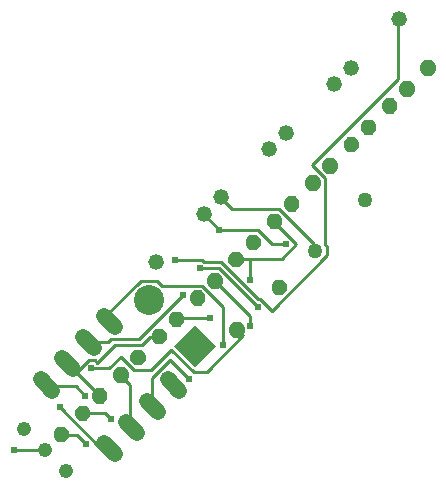
<source format=gbl>
G75*
G70*
%OFA0B0*%
%FSLAX24Y24*%
%IPPOS*%
%LPD*%
%AMOC8*
5,1,8,0,0,1.08239X$1,22.5*
%
%ADD10C,0.0520*%
%ADD11C,0.0104*%
%ADD12R,0.1000X0.1000*%
%ADD13C,0.1000*%
%ADD14C,0.0500*%
%ADD15C,0.0520*%
%ADD16C,0.0476*%
%ADD17C,0.0100*%
%ADD18C,0.0240*%
D10*
X004829Y007318D02*
X005197Y006951D01*
X005904Y007658D02*
X005537Y008026D01*
X006244Y008733D02*
X006611Y008365D01*
X007318Y009072D02*
X006951Y009440D01*
X009072Y007318D02*
X009440Y006951D01*
X008733Y006244D02*
X008365Y006611D01*
X007658Y005904D02*
X008026Y005537D01*
X007318Y004829D02*
X006951Y005197D01*
D11*
X006054Y006175D02*
X006002Y006123D01*
X006002Y006295D01*
X006123Y006416D01*
X006295Y006416D01*
X006416Y006295D01*
X006416Y006123D01*
X006295Y006002D01*
X006123Y006002D01*
X006002Y006123D01*
X006080Y006155D01*
X006080Y006263D01*
X006155Y006338D01*
X006263Y006338D01*
X006338Y006263D01*
X006338Y006155D01*
X006263Y006080D01*
X006155Y006080D01*
X006080Y006155D01*
X006158Y006188D01*
X006158Y006230D01*
X006188Y006260D01*
X006230Y006260D01*
X006260Y006230D01*
X006260Y006188D01*
X006230Y006158D01*
X006188Y006158D01*
X006158Y006188D01*
X006626Y006747D02*
X006574Y006695D01*
X006574Y006867D01*
X006695Y006988D01*
X006867Y006988D01*
X006988Y006867D01*
X006988Y006695D01*
X006867Y006574D01*
X006695Y006574D01*
X006574Y006695D01*
X006652Y006727D01*
X006652Y006835D01*
X006727Y006910D01*
X006835Y006910D01*
X006910Y006835D01*
X006910Y006727D01*
X006835Y006652D01*
X006727Y006652D01*
X006652Y006727D01*
X006730Y006760D01*
X006730Y006802D01*
X006760Y006832D01*
X006802Y006832D01*
X006832Y006802D01*
X006832Y006760D01*
X006802Y006730D01*
X006760Y006730D01*
X006730Y006760D01*
X007333Y007454D02*
X007281Y007402D01*
X007281Y007574D01*
X007402Y007695D01*
X007574Y007695D01*
X007695Y007574D01*
X007695Y007402D01*
X007574Y007281D01*
X007402Y007281D01*
X007281Y007402D01*
X007359Y007434D01*
X007359Y007542D01*
X007434Y007617D01*
X007542Y007617D01*
X007617Y007542D01*
X007617Y007434D01*
X007542Y007359D01*
X007434Y007359D01*
X007359Y007434D01*
X007437Y007467D01*
X007437Y007509D01*
X007467Y007539D01*
X007509Y007539D01*
X007539Y007509D01*
X007539Y007467D01*
X007509Y007437D01*
X007467Y007437D01*
X007437Y007467D01*
X007906Y008027D02*
X007854Y007975D01*
X007854Y008147D01*
X007975Y008268D01*
X008147Y008268D01*
X008268Y008147D01*
X008268Y007975D01*
X008147Y007854D01*
X007975Y007854D01*
X007854Y007975D01*
X007932Y008007D01*
X007932Y008115D01*
X008007Y008190D01*
X008115Y008190D01*
X008190Y008115D01*
X008190Y008007D01*
X008115Y007932D01*
X008007Y007932D01*
X007932Y008007D01*
X008010Y008040D01*
X008010Y008082D01*
X008040Y008112D01*
X008082Y008112D01*
X008112Y008082D01*
X008112Y008040D01*
X008082Y008010D01*
X008040Y008010D01*
X008010Y008040D01*
X008613Y008734D02*
X008561Y008682D01*
X008561Y008854D01*
X008682Y008975D01*
X008854Y008975D01*
X008975Y008854D01*
X008975Y008682D01*
X008854Y008561D01*
X008682Y008561D01*
X008561Y008682D01*
X008639Y008714D01*
X008639Y008822D01*
X008714Y008897D01*
X008822Y008897D01*
X008897Y008822D01*
X008897Y008714D01*
X008822Y008639D01*
X008714Y008639D01*
X008639Y008714D01*
X008717Y008747D01*
X008717Y008789D01*
X008747Y008819D01*
X008789Y008819D01*
X008819Y008789D01*
X008819Y008747D01*
X008789Y008717D01*
X008747Y008717D01*
X008717Y008747D01*
X009185Y009306D02*
X009133Y009254D01*
X009133Y009426D01*
X009254Y009547D01*
X009426Y009547D01*
X009547Y009426D01*
X009547Y009254D01*
X009426Y009133D01*
X009254Y009133D01*
X009133Y009254D01*
X009211Y009286D01*
X009211Y009394D01*
X009286Y009469D01*
X009394Y009469D01*
X009469Y009394D01*
X009469Y009286D01*
X009394Y009211D01*
X009286Y009211D01*
X009211Y009286D01*
X009289Y009319D01*
X009289Y009361D01*
X009319Y009391D01*
X009361Y009391D01*
X009391Y009361D01*
X009391Y009319D01*
X009361Y009289D01*
X009319Y009289D01*
X009289Y009319D01*
X009892Y010013D02*
X009840Y009961D01*
X009840Y010133D01*
X009961Y010254D01*
X010133Y010254D01*
X010254Y010133D01*
X010254Y009961D01*
X010133Y009840D01*
X009961Y009840D01*
X009840Y009961D01*
X009918Y009993D01*
X009918Y010101D01*
X009993Y010176D01*
X010101Y010176D01*
X010176Y010101D01*
X010176Y009993D01*
X010101Y009918D01*
X009993Y009918D01*
X009918Y009993D01*
X009996Y010026D01*
X009996Y010068D01*
X010026Y010098D01*
X010068Y010098D01*
X010098Y010068D01*
X010098Y010026D01*
X010068Y009996D01*
X010026Y009996D01*
X009996Y010026D01*
X010465Y010586D02*
X010413Y010534D01*
X010413Y010706D01*
X010534Y010827D01*
X010706Y010827D01*
X010827Y010706D01*
X010827Y010534D01*
X010706Y010413D01*
X010534Y010413D01*
X010413Y010534D01*
X010491Y010566D01*
X010491Y010674D01*
X010566Y010749D01*
X010674Y010749D01*
X010749Y010674D01*
X010749Y010566D01*
X010674Y010491D01*
X010566Y010491D01*
X010491Y010566D01*
X010569Y010599D01*
X010569Y010641D01*
X010599Y010671D01*
X010641Y010671D01*
X010671Y010641D01*
X010671Y010599D01*
X010641Y010569D01*
X010599Y010569D01*
X010569Y010599D01*
X011172Y011293D02*
X011120Y011241D01*
X011120Y011413D01*
X011241Y011534D01*
X011413Y011534D01*
X011534Y011413D01*
X011534Y011241D01*
X011413Y011120D01*
X011241Y011120D01*
X011120Y011241D01*
X011198Y011273D01*
X011198Y011381D01*
X011273Y011456D01*
X011381Y011456D01*
X011456Y011381D01*
X011456Y011273D01*
X011381Y011198D01*
X011273Y011198D01*
X011198Y011273D01*
X011276Y011306D01*
X011276Y011348D01*
X011306Y011378D01*
X011348Y011378D01*
X011378Y011348D01*
X011378Y011306D01*
X011348Y011276D01*
X011306Y011276D01*
X011276Y011306D01*
X011744Y011865D02*
X011692Y011813D01*
X011692Y011985D01*
X011813Y012106D01*
X011985Y012106D01*
X012106Y011985D01*
X012106Y011813D01*
X011985Y011692D01*
X011813Y011692D01*
X011692Y011813D01*
X011770Y011845D01*
X011770Y011953D01*
X011845Y012028D01*
X011953Y012028D01*
X012028Y011953D01*
X012028Y011845D01*
X011953Y011770D01*
X011845Y011770D01*
X011770Y011845D01*
X011848Y011878D01*
X011848Y011920D01*
X011878Y011950D01*
X011920Y011950D01*
X011950Y011920D01*
X011950Y011878D01*
X011920Y011848D01*
X011878Y011848D01*
X011848Y011878D01*
X012451Y012572D02*
X012399Y012520D01*
X012399Y012692D01*
X012520Y012813D01*
X012692Y012813D01*
X012813Y012692D01*
X012813Y012520D01*
X012692Y012399D01*
X012520Y012399D01*
X012399Y012520D01*
X012477Y012552D01*
X012477Y012660D01*
X012552Y012735D01*
X012660Y012735D01*
X012735Y012660D01*
X012735Y012552D01*
X012660Y012477D01*
X012552Y012477D01*
X012477Y012552D01*
X012555Y012585D01*
X012555Y012627D01*
X012585Y012657D01*
X012627Y012657D01*
X012657Y012627D01*
X012657Y012585D01*
X012627Y012555D01*
X012585Y012555D01*
X012555Y012585D01*
X013024Y013145D02*
X012972Y013093D01*
X012972Y013265D01*
X013093Y013386D01*
X013265Y013386D01*
X013386Y013265D01*
X013386Y013093D01*
X013265Y012972D01*
X013093Y012972D01*
X012972Y013093D01*
X013050Y013125D01*
X013050Y013233D01*
X013125Y013308D01*
X013233Y013308D01*
X013308Y013233D01*
X013308Y013125D01*
X013233Y013050D01*
X013125Y013050D01*
X013050Y013125D01*
X013128Y013158D01*
X013128Y013200D01*
X013158Y013230D01*
X013200Y013230D01*
X013230Y013200D01*
X013230Y013158D01*
X013200Y013128D01*
X013158Y013128D01*
X013128Y013158D01*
X013731Y013852D02*
X013679Y013800D01*
X013679Y013972D01*
X013800Y014093D01*
X013972Y014093D01*
X014093Y013972D01*
X014093Y013800D01*
X013972Y013679D01*
X013800Y013679D01*
X013679Y013800D01*
X013757Y013832D01*
X013757Y013940D01*
X013832Y014015D01*
X013940Y014015D01*
X014015Y013940D01*
X014015Y013832D01*
X013940Y013757D01*
X013832Y013757D01*
X013757Y013832D01*
X013835Y013865D01*
X013835Y013907D01*
X013865Y013937D01*
X013907Y013937D01*
X013937Y013907D01*
X013937Y013865D01*
X013907Y013835D01*
X013865Y013835D01*
X013835Y013865D01*
X014303Y014424D02*
X014251Y014372D01*
X014251Y014544D01*
X014372Y014665D01*
X014544Y014665D01*
X014665Y014544D01*
X014665Y014372D01*
X014544Y014251D01*
X014372Y014251D01*
X014251Y014372D01*
X014329Y014404D01*
X014329Y014512D01*
X014404Y014587D01*
X014512Y014587D01*
X014587Y014512D01*
X014587Y014404D01*
X014512Y014329D01*
X014404Y014329D01*
X014329Y014404D01*
X014407Y014437D01*
X014407Y014479D01*
X014437Y014509D01*
X014479Y014509D01*
X014509Y014479D01*
X014509Y014437D01*
X014479Y014407D01*
X014437Y014407D01*
X014407Y014437D01*
X015010Y015131D02*
X014958Y015079D01*
X014958Y015251D01*
X015079Y015372D01*
X015251Y015372D01*
X015372Y015251D01*
X015372Y015079D01*
X015251Y014958D01*
X015079Y014958D01*
X014958Y015079D01*
X015036Y015111D01*
X015036Y015219D01*
X015111Y015294D01*
X015219Y015294D01*
X015294Y015219D01*
X015294Y015111D01*
X015219Y015036D01*
X015111Y015036D01*
X015036Y015111D01*
X015114Y015144D01*
X015114Y015186D01*
X015144Y015216D01*
X015186Y015216D01*
X015216Y015186D01*
X015216Y015144D01*
X015186Y015114D01*
X015144Y015114D01*
X015114Y015144D01*
X015583Y015704D02*
X015531Y015652D01*
X015531Y015824D01*
X015652Y015945D01*
X015824Y015945D01*
X015945Y015824D01*
X015945Y015652D01*
X015824Y015531D01*
X015652Y015531D01*
X015531Y015652D01*
X015609Y015684D01*
X015609Y015792D01*
X015684Y015867D01*
X015792Y015867D01*
X015867Y015792D01*
X015867Y015684D01*
X015792Y015609D01*
X015684Y015609D01*
X015609Y015684D01*
X015687Y015717D01*
X015687Y015759D01*
X015717Y015789D01*
X015759Y015789D01*
X015789Y015759D01*
X015789Y015717D01*
X015759Y015687D01*
X015717Y015687D01*
X015687Y015717D01*
X016290Y016411D02*
X016238Y016359D01*
X016238Y016531D01*
X016359Y016652D01*
X016531Y016652D01*
X016652Y016531D01*
X016652Y016359D01*
X016531Y016238D01*
X016359Y016238D01*
X016238Y016359D01*
X016316Y016391D01*
X016316Y016499D01*
X016391Y016574D01*
X016499Y016574D01*
X016574Y016499D01*
X016574Y016391D01*
X016499Y016316D01*
X016391Y016316D01*
X016316Y016391D01*
X016394Y016424D01*
X016394Y016466D01*
X016424Y016496D01*
X016466Y016496D01*
X016496Y016466D01*
X016496Y016424D01*
X016466Y016394D01*
X016424Y016394D01*
X016394Y016424D01*
X016862Y016983D02*
X016810Y016931D01*
X016810Y017103D01*
X016931Y017224D01*
X017103Y017224D01*
X017224Y017103D01*
X017224Y016931D01*
X017103Y016810D01*
X016931Y016810D01*
X016810Y016931D01*
X016888Y016963D01*
X016888Y017071D01*
X016963Y017146D01*
X017071Y017146D01*
X017146Y017071D01*
X017146Y016963D01*
X017071Y016888D01*
X016963Y016888D01*
X016888Y016963D01*
X016966Y016996D01*
X016966Y017038D01*
X016996Y017068D01*
X017038Y017068D01*
X017068Y017038D01*
X017068Y016996D01*
X017038Y016966D01*
X016996Y016966D01*
X016966Y016996D01*
X017569Y017690D02*
X017517Y017638D01*
X017517Y017810D01*
X017638Y017931D01*
X017810Y017931D01*
X017931Y017810D01*
X017931Y017638D01*
X017810Y017517D01*
X017638Y017517D01*
X017517Y017638D01*
X017595Y017670D01*
X017595Y017778D01*
X017670Y017853D01*
X017778Y017853D01*
X017853Y017778D01*
X017853Y017670D01*
X017778Y017595D01*
X017670Y017595D01*
X017595Y017670D01*
X017673Y017703D01*
X017673Y017745D01*
X017703Y017775D01*
X017745Y017775D01*
X017775Y017745D01*
X017775Y017703D01*
X017745Y017673D01*
X017703Y017673D01*
X017673Y017703D01*
X012918Y010435D02*
X012970Y010487D01*
X012970Y010315D01*
X012849Y010194D01*
X012677Y010194D01*
X012556Y010315D01*
X012556Y010487D01*
X012677Y010608D01*
X012849Y010608D01*
X012970Y010487D01*
X012892Y010455D01*
X012892Y010347D01*
X012817Y010272D01*
X012709Y010272D01*
X012634Y010347D01*
X012634Y010455D01*
X012709Y010530D01*
X012817Y010530D01*
X012892Y010455D01*
X012814Y010422D01*
X012814Y010380D01*
X012784Y010350D01*
X012742Y010350D01*
X012712Y010380D01*
X012712Y010422D01*
X012742Y010452D01*
X012784Y010452D01*
X012814Y010422D01*
X011504Y009021D02*
X011556Y009073D01*
X011556Y008901D01*
X011435Y008780D01*
X011263Y008780D01*
X011142Y008901D01*
X011142Y009073D01*
X011263Y009194D01*
X011435Y009194D01*
X011556Y009073D01*
X011478Y009041D01*
X011478Y008933D01*
X011403Y008858D01*
X011295Y008858D01*
X011220Y008933D01*
X011220Y009041D01*
X011295Y009116D01*
X011403Y009116D01*
X011478Y009041D01*
X011400Y009008D01*
X011400Y008966D01*
X011370Y008936D01*
X011328Y008936D01*
X011298Y008966D01*
X011298Y009008D01*
X011328Y009038D01*
X011370Y009038D01*
X011400Y009008D01*
X005347Y005468D02*
X005295Y005416D01*
X005295Y005588D01*
X005416Y005709D01*
X005588Y005709D01*
X005709Y005588D01*
X005709Y005416D01*
X005588Y005295D01*
X005416Y005295D01*
X005295Y005416D01*
X005373Y005448D01*
X005373Y005556D01*
X005448Y005631D01*
X005556Y005631D01*
X005631Y005556D01*
X005631Y005448D01*
X005556Y005373D01*
X005448Y005373D01*
X005373Y005448D01*
X005451Y005481D01*
X005451Y005523D01*
X005481Y005553D01*
X005523Y005553D01*
X005553Y005523D01*
X005553Y005481D01*
X005523Y005451D01*
X005481Y005451D01*
X005451Y005481D01*
D12*
G36*
X009981Y009139D02*
X010688Y008432D01*
X009981Y007725D01*
X009274Y008432D01*
X009981Y009139D01*
G37*
D13*
X008438Y009975D03*
D14*
X013977Y011614D03*
X015647Y013285D03*
D15*
X012992Y015551D03*
X012444Y015004D03*
X010827Y013386D03*
X010279Y012838D03*
X008662Y011221D03*
X014610Y017169D03*
X015158Y017717D03*
X016775Y019334D03*
D16*
X004262Y005676D03*
X004969Y004969D03*
X005676Y004262D03*
D17*
X004969Y004969D02*
X003946Y004969D01*
X005481Y006387D02*
X006820Y005048D01*
X007135Y005048D01*
X007135Y005013D01*
X006347Y005166D02*
X006032Y005481D01*
X005520Y005481D01*
X005502Y005502D01*
X006209Y006209D02*
X006229Y006190D01*
X006977Y006190D01*
X007174Y005993D01*
X007804Y005757D02*
X007842Y005720D01*
X007804Y005757D02*
X007804Y007135D01*
X007489Y007450D01*
X007488Y007488D01*
X007095Y007686D02*
X007489Y008080D01*
X007922Y007646D01*
X008513Y007646D01*
X009182Y008316D01*
X009930Y007568D01*
X010363Y007568D01*
X011583Y008788D01*
X011387Y008985D01*
X011349Y008987D01*
X011820Y009103D02*
X011820Y009418D01*
X010639Y010599D01*
X010620Y010620D01*
X010757Y011032D02*
X012056Y009733D01*
X012056Y010009D02*
X010835Y011229D01*
X010284Y011229D01*
X010206Y011308D01*
X009300Y011308D01*
X008709Y010599D02*
X008158Y010599D01*
X006977Y009418D01*
X007135Y009261D01*
X007135Y009256D01*
X007174Y008670D02*
X007056Y008552D01*
X006465Y008552D01*
X006428Y008549D01*
X006426Y007961D02*
X006032Y007568D01*
X005720Y007842D01*
X005757Y007804D01*
X006741Y006820D01*
X006780Y006820D01*
X006781Y006781D01*
X006308Y006780D02*
X005993Y007095D01*
X005048Y007095D01*
X005013Y007135D01*
X006505Y007686D02*
X007095Y007686D01*
X006702Y007883D02*
X006623Y007961D01*
X006426Y007961D01*
X006702Y007883D02*
X007292Y008473D01*
X008198Y008473D01*
X008473Y008749D01*
X008749Y008749D01*
X008768Y008768D01*
X009340Y009340D02*
X009379Y009379D01*
X010481Y009379D01*
X010914Y009733D02*
X010206Y010442D01*
X008867Y010442D01*
X008709Y010599D01*
X009576Y010127D02*
X008119Y008670D01*
X007174Y008670D01*
X008552Y007371D02*
X009143Y007961D01*
X009772Y007331D01*
X010914Y008473D02*
X010914Y009733D01*
X011820Y010639D02*
X011820Y011347D01*
X011347Y011347D01*
X011327Y011327D01*
X011820Y011347D02*
X012883Y011347D01*
X013355Y011820D01*
X012607Y012568D01*
X012606Y012606D01*
X012765Y013001D02*
X011190Y013001D01*
X010835Y013355D01*
X010827Y013386D01*
X010279Y012838D02*
X010284Y012804D01*
X010796Y012292D01*
X010757Y012292D01*
X010796Y012292D02*
X012056Y012292D01*
X012528Y011820D01*
X013001Y011820D01*
X013946Y011820D02*
X012765Y013001D01*
X013946Y011820D02*
X013946Y011623D01*
X013977Y011614D01*
X014300Y011820D02*
X014379Y011741D01*
X014379Y011465D01*
X012528Y009615D01*
X012135Y010009D01*
X012056Y010009D01*
X010757Y011032D02*
X010127Y011032D01*
X008552Y007371D02*
X008552Y006465D01*
X008549Y006428D01*
X014300Y011820D02*
X014300Y014024D01*
X013867Y014457D01*
X016741Y017331D01*
X016741Y019300D01*
X016775Y019334D01*
D18*
X003946Y004969D03*
X005481Y006387D03*
X006308Y006780D03*
X006505Y007686D03*
X007174Y005993D03*
X006347Y005166D03*
X009772Y007331D03*
X010914Y008473D03*
X010481Y009379D03*
X009576Y010127D03*
X010127Y011032D03*
X009300Y011308D03*
X010757Y012292D03*
X011820Y010639D03*
X012056Y009733D03*
X011820Y009103D03*
X013001Y011820D03*
M02*

</source>
